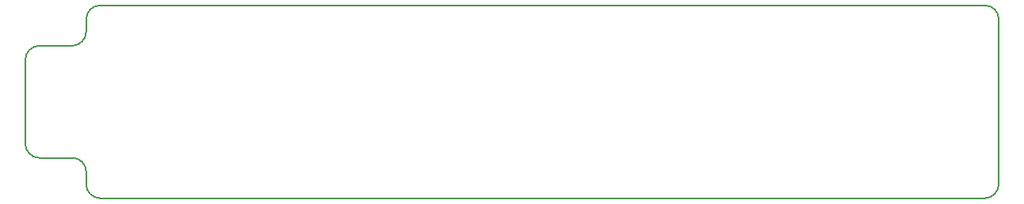
<source format=gko>
G04 Layer_Color=16711935*
%FSLAX24Y24*%
%MOIN*%
G70*
G01*
G75*
%ADD42C,0.0079*%
D42*
X2559Y1119D02*
G03*
X1973Y1703I-591J-6D01*
G01*
X2559Y584D02*
G03*
X3145Y0I591J6D01*
G01*
X40354Y0D02*
G03*
X40940Y584I-5J591D01*
G01*
X40940Y7546D02*
G03*
X40354Y8130I-591J-6D01*
G01*
X3145Y8130D02*
G03*
X2559Y7546I5J-591D01*
G01*
X1973Y6427D02*
G03*
X2559Y7012I-5J591D01*
G01*
X586Y6427D02*
G03*
X0Y5843I5J-591D01*
G01*
Y2287D02*
G03*
X586Y1703I591J6D01*
G01*
X40354Y0D02*
G03*
X40940Y584I-5J591D01*
G01*
X40940Y7546D02*
G03*
X40354Y8130I-591J-6D01*
G01*
X2559Y584D02*
G03*
X3145Y0I591J6D01*
G01*
X0Y2287D02*
G03*
X586Y1703I591J6D01*
G01*
X2559Y1119D02*
G03*
X1973Y1703I-591J-6D01*
G01*
Y6427D02*
G03*
X2559Y7012I-5J591D01*
G01*
X586Y6427D02*
G03*
X0Y5843I5J-591D01*
G01*
X3145Y8130D02*
G03*
X2559Y7546I5J-591D01*
G01*
X586Y1703D02*
X1975Y1703D01*
X1973Y1703D02*
X1975Y1703D01*
X2559Y584D02*
Y1119D01*
X3145Y0D02*
X11033D01*
Y-0D02*
X15266D01*
Y0D02*
X40354D01*
X40940Y584D02*
Y7546D01*
X40940D02*
X40940D01*
X3145Y8130D02*
X40354D01*
X3145D02*
Y8130D01*
X2559Y7012D02*
Y7546D01*
X1973Y6427D02*
X1975Y6427D01*
X586D02*
X1975D01*
X586D02*
X586Y6427D01*
X0Y2287D02*
Y5843D01*
X40940Y584D02*
Y7546D01*
X0Y2289D02*
Y5843D01*
X2559Y584D02*
Y1119D01*
X586Y1703D02*
X1975D01*
X586Y6427D02*
X1975D01*
X2559Y7012D02*
Y7546D01*
M02*

</source>
